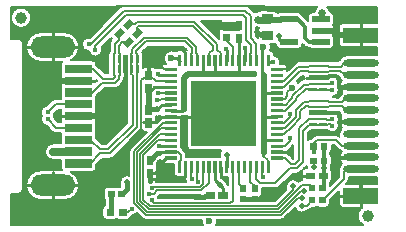
<source format=gtl>
G04 Layer: TopLayer*
G04 EasyEDA Pro v1.8.39, 2022-10-27 11:15:30*
G04 Gerber Generator version 0.3*
G04 Scale: 100 percent, Rotated: No, Reflected: No*
G04 Dimensions in millimeters*
G04 Leading zeros omitted, absolute positions, 3 integers and 3 decimals*
%FSLAX33Y33*%
%MOMM*%
%ADD999C,0.2032*%
%ADD10C,0.254*%
%ADD11O,3.79984X1.80086*%
%ADD12C,1.00076*%
%ADD13O,2.999999X0.599999*%
%ADD14C,0.450002*%
%ADD15C,0.599999*%
%ADD16C,0.650001*%
%ADD17C,0.499999*%
%ADD18C,0.2076*%
%ADD19C,0.2032*%
%ADD20C,0.299999*%
%ADD21C,0.399999*%
%ADD22C,0.349999*%
%ADD23C,0.127*%
%ADD24C,0.2*%
%ADD25C,0.25*%
%ADD26C,0.600001*%
%ADD27C,0.1524*%
%ADD28C,0.700001*%
G75*


G04 Copper Start*
G36*
G01X358Y358D02*
G01X358Y3042D01*
G01X1000D01*
G03X1358Y3400I0J358D01*
G01Y15800D01*
G03X1000Y16158I-358J0D01*
G01X358D01*
G01Y18842D01*
G01X2286D01*
G01X9665D01*
G03X9636Y18816I297J-351D01*
G01X7061Y16241D01*
G03X6934Y16255I-127J-569D01*
G03X6351Y15672I0J-583D01*
G03X6934Y15089I583J0D01*
G01X6949D01*
G03X7518Y14631I569J126D01*
G03X8102Y15215I0J583D01*
G03X8058Y15435I-583J0D01*
G01X8851Y16228D01*
G01X8951Y16129D01*
G01X8844Y16022D01*
G03X8710Y15697I325J-325D01*
G01Y15122D01*
G03X8608Y14834I358J-288D01*
G01Y14439D01*
G01Y13564D01*
G03X8610Y13525I460J0D01*
G01Y13450D01*
G03X8608Y13411I458J-38D01*
G01Y13211D01*
G01X8318D01*
G01X7605Y13924D01*
G01Y13951D01*
G03X7247Y14309I-358J0D01*
G01X5428D01*
G03X6154Y15450I-532J1140D01*
G03X4896Y16708I-1259J0D01*
G01X2897D01*
G03X1638Y15450I0J-1259D01*
G03X2897Y14191I1259J0D01*
G01X4680D01*
G03X4587Y13951I266J-240D01*
G01Y13250D01*
G03X4620Y13100I358J0D01*
G03X4587Y12950I325J-150D01*
G01Y12249D01*
G03X4620Y12099I358J0D01*
G03X4587Y11950I325J-150D01*
G01Y11248D01*
G03X4620Y11100I358J0D01*
G03X4604Y11061I326J-149D01*
G01X4149D01*
G03X3824Y10926I0J-460D01*
G01X3408Y10510D01*
G03X2897Y9931I71J-579D01*
G03X2983Y9627I583J0D01*
G03X2897Y9322I497J-305D01*
G03X3408Y8743I583J0D01*
G01X3866Y8286D01*
G03X4191Y8151I325J325D01*
G01X4601D01*
G03X4620Y8100I345J98D01*
G03X4587Y7952I326J-149D01*
G01Y7308D01*
G01X3959D01*
G03X3458Y7101I0J-708D01*
G01X3436Y7079D01*
G03X3229Y6579I501J-501D01*
G03X3937Y5870I708J0D01*
G03X4111Y5892I0J708D01*
G01X4587D01*
G01Y5249D01*
G03X4680Y5009I358J0D01*
G01X2897D01*
G03X1638Y3750I0J-1259D01*
G03X2897Y2492I1259J0D01*
G01X4896D01*
G03X6154Y3750I0J1259D01*
G03X5428Y4891I-1259J0D01*
G01X7247D01*
G03X7605Y5249I0J358D01*
G01Y5481D01*
G01X8115Y5992D01*
G01X8738D01*
G03X9063Y6127I0J460D01*
G01X11323Y8387D01*
G03X11407Y8502I-325J325D01*
G03X11744Y8266I337J122D01*
G01X11846D01*
G01X10522Y6942D01*
G03X10399Y6644I298J-298D01*
G01Y4557D01*
G03X10185Y4596I-213J-569D01*
G03X9577Y3988I0J-608D01*
G03X9627Y3746I608J0D01*
G01Y3685D01*
G01X9568Y3625D01*
G01X9446D01*
G03X9296Y3592I0J-358D01*
G03X9146Y3625I-150J-325D01*
G01X8581D01*
G03X8223Y3267I0J-358D01*
G01Y2727D01*
G03X8305Y2498I358J0D01*
G01Y2039D01*
G03X8106Y1718I159J-321D01*
G01Y1177D01*
G03X8465Y819I358J0D01*
G01X9102D01*
G03X9322Y894I0J358D01*
G03X9542Y819I220J283D01*
G01X10179D01*
G03X10529Y1103I0J358D01*
G03X10585Y1150I-242J345D01*
G01X10605Y1170D01*
G03X11053Y1396I-13J583D01*
G01X11502Y946D01*
G03X11800Y823I298J298D01*
G01X16522D01*
G03X16512Y711I649J-112D01*
G03X16615Y358I658J0D01*
G01X358D01*
G37*
%LPC*%
G36*
G01X1219Y17074D02*
G03X2078Y17932I0J859D01*
G03X1219Y18791I-859J0D01*
G03X361Y17932I0J-859D01*
G03X1219Y17074I859J0D01*
G37*
%LPD*%
G36*
G01X4620Y9100D02*
G03X4608Y9070I325J-150D01*
G01X4381D01*
G01X4059Y9393D01*
G03X3977Y9627I-579J-71D01*
G03X4059Y9860I-497J305D01*
G01X4340Y10141D01*
G01X4604D01*
G03X4620Y10100I341J109D01*
G03X4587Y9951I325J-150D01*
G01Y9249D01*
G03X4620Y9100I358J0D01*
G37*
G36*
G01X10208Y9039D02*
G01X8410Y7242D01*
G01X8090D01*
G01X7605Y7727D01*
G01Y7952D01*
G03X7572Y8100I-358J0D01*
G03X7605Y8249I-326J149D01*
G01Y8950D01*
G03X7572Y9100I-358J0D01*
G03X7605Y9249I-325J150D01*
G01Y9951D01*
G03X7572Y10100I-358J0D01*
G03X7605Y10250I-325J150D01*
G01Y10951D01*
G03X7572Y11100I-358J0D01*
G03X7605Y11248I-326J149D01*
G01Y11273D01*
G01X8293Y11961D01*
G01X9154D01*
G03X9479Y12096I0J460D01*
G01X9799Y12416D01*
G03X9934Y12741I-325J325D01*
G01Y12820D01*
G03X9966Y12868I-366J278D01*
G01X10208D01*
G01Y9039D01*
G37*
G36*
G01X7630Y12598D02*
G01X7605Y12573D01*
G01Y12624D01*
G01X7630Y12598D01*
G37*
G36*
G01X13031Y13689D02*
G01X13031Y13656D01*
G03X12776Y13715I-255J-524D01*
G03X12546Y13668I0J-583D01*
G03X12284Y13781I-262J-244D01*
G01X11744D01*
G03X11528Y13708I0J-358D01*
G01Y14439D01*
G01Y14866D01*
G03X11502Y15017I-460J0D01*
G01X11951Y15466D01*
G01X14948D01*
G01X15251Y15163D01*
G01X15005D01*
G03X14890Y15144I0J-358D01*
G03X14775Y15163I-115J-339D01*
G01X14505D01*
G03X14270Y15075I0J-358D01*
G03X13945Y15162I-326J-572D01*
G03X13286Y14503I0J-658D01*
G03X13470Y14048I658J0D01*
G01X13390D01*
G03X13031Y13689I0J-358D01*
G37*
G36*
G01X15114Y4293D02*
G03X15196Y3994I583J0D01*
G01X12653D01*
G03X12587Y4045I-385J-438D01*
G03X12769Y4357I-175J312D01*
G01Y5147D01*
G03X12736Y5297I-358J0D01*
G03X12769Y5447I-325J150D01*
G01Y5681D01*
G01X12963Y5875D01*
G03X13033Y5889I-85J577D01*
G03X13390Y5561I357J30D01*
G01X14146D01*
G01Y4804D01*
G03X14505Y4446I358J0D01*
G01X14775D01*
G03X14890Y4465I0J358D01*
G03X15005Y4446I115J339D01*
G01X15135D01*
G03X15114Y4293I563J-154D01*
G37*
G36*
G01X12642Y9062D02*
G01X12642Y9414D01*
G03X12609Y9564I-358J0D01*
G01X12617Y9581D01*
G03X12762Y9564I146J590D01*
G03X13031Y9626I0J608D01*
G01Y9426D01*
G03X12933Y9353I200J-371D01*
G01X12642Y9062D01*
G37*
G36*
G01X12629Y12538D02*
G03X12636Y12566I-345J96D01*
G03X12776Y12549I140J566D01*
G03X12937Y12571I0J583D01*
G01X13031D01*
G01Y12538D01*
G01X12629D01*
G37*
G36*
G01X16482Y2897D02*
G01X16482Y2682D01*
G01X12818D01*
G03X12792Y2746I-550J-193D01*
G01X12795Y2750D01*
G01X12942Y2897D01*
G01X16482D01*
G37*
G36*
G01X12917Y7033D02*
G03X12885Y7035I-40J-582D01*
G01X12983Y7133D01*
G01X13031D01*
G01Y7038D01*
G01X12981D01*
G03X12917Y7033I0J-483D01*
G37*
G36*
G01X15390Y6144D02*
G03X15275Y6163I-115J-339D01*
G01X15190D01*
G01Y6350D01*
G03X15056Y6674I-458J0D01*
G01X14853Y6877D01*
G03X14748Y6956I-324J-324D01*
G01Y7189D01*
G03X14729Y7304I-358J0D01*
G03X14748Y7419I-339J115D01*
G01Y7689D01*
G03X14729Y7804I-358J0D01*
G03X14748Y7919I-339J115D01*
G01Y8189D01*
G03X14729Y8304I-358J0D01*
G03X14748Y8419I-339J115D01*
G01Y8689D01*
G03X14729Y8804I-358J0D01*
G03X14748Y8919I-339J115D01*
G01Y9189D01*
G03X14729Y9304I-358J0D01*
G03X14748Y9419I-339J115D01*
G01Y9571D01*
G01X14830D01*
G03X14934Y9583I0J483D01*
G03X15011Y9578I78J654D01*
G03X15281Y9636I0J658D01*
G01Y7054D01*
G03X15640Y6696I358J0D01*
G01X18144D01*
G03X18035Y6350I500J-346D01*
G03X18065Y6163I608J0D01*
G01X18005D01*
G03X17890Y6144I0J-358D01*
G03X17775Y6163I-115J-339D01*
G01X17505D01*
G03X17390Y6144I0J-358D01*
G03X17275Y6163I-115J-339D01*
G01X17005D01*
G03X16890Y6144I0J-358D01*
G03X16775Y6163I-115J-339D01*
G01X16505D01*
G03X16390Y6144I0J-358D01*
G03X16275Y6163I-115J-339D01*
G01X16005D01*
G03X15890Y6144I0J-358D01*
G03X15775Y6163I-115J-339D01*
G01X15505D01*
G03X15390Y6144I0J-358D01*
G37*
G36*
G01X17990Y16147D02*
G01X16457Y17680D01*
G01X18156D01*
G03X17990Y17378I193J-302D01*
G01Y16812D01*
G03X18023Y16662I358J0D01*
G03X17990Y16512I325J-150D01*
G01Y16147D01*
G37*
G36*
G01X17726Y358D02*
G03X17829Y711I-555J353D01*
G03X17819Y823I-658J0D01*
G01X23209D01*
G03X23508Y946I0J422D01*
G01X24413Y1852D01*
G03X24994Y1424I581J180D01*
G03X25433Y1612I0J608D01*
G03X25697Y1734I-34J420D01*
G01X25824Y1861D01*
G01X26139D01*
G03X26289Y1894I0J358D01*
G03X26439Y1861I150J325D01*
G01X27005D01*
G03X27363Y2219I0J358D01*
G01Y2484D01*
G01X28118Y3239D01*
G01Y2199D01*
G03X28476Y1841I358J0D01*
G01X30056D01*
G03X29698Y1143I500J-698D01*
G03X30208Y358I859J0D01*
G01X17726D01*
G37*
G36*
G01X18718Y4446D02*
G01X18718Y3751D01*
G03X18689Y3800I-430J-220D01*
G03X18165Y4337I-605J-66D01*
G01X18123Y4379D01*
G01Y4446D01*
G01X18275D01*
G03X18390Y4465I0J358D01*
G03X18505Y4446I115J339D01*
G01X18718D01*
G37*
G36*
G01X25515Y17657D02*
G01X25010Y18162D01*
G03X24673Y18398I-337J-122D01*
G01X23923D01*
G01X23226D01*
G01X23173D01*
G03X23088Y18388I0J-358D01*
G01X22851D01*
G03X22523Y18603I-328J-143D01*
G01X21623D01*
G03X21337Y18461I0J-358D01*
G03X21285Y18463I-52J-681D01*
G03X20954Y18378I0J-683D01*
G01X20518Y18814D01*
G03X20488Y18842I-324J-324D01*
G01X26288D01*
G03X26043Y18398I433J-528D01*
G01X25873D01*
G03X25515Y18040I0J-358D01*
G01Y17657D01*
G37*
G36*
G01X21264Y16205D02*
G01X21106Y16363D01*
G01Y17121D01*
G03X21285Y17097I179J659D01*
G03X21374Y17103I0J683D01*
G03X21264Y16845I249J-258D01*
G01Y16205D01*
G37*
G36*
G01X21634Y2428D02*
G01X21634Y2873D01*
G03X21601Y3023I-358J0D01*
G03X21634Y3173I-325J150D01*
G01Y3479D01*
G01X22758D01*
G03X23082Y3613I0J458D01*
G01X24204Y4735D01*
G01X24550D01*
G03X24875Y4870I0J460D01*
G01X25039Y5034D01*
G03X24965Y4817I285J-217D01*
G01Y4277D01*
G03X24986Y4155I358J0D01*
G01X24980D01*
G03X24713Y4060I0J-422D01*
G03X24257Y4266I-456J-402D01*
G03X23649Y3658I0J-608D01*
G03X23701Y3410I608J0D01*
G01X22719Y2428D01*
G01X21634D01*
G37*
G36*
G01X23748Y13458D02*
G01X23748Y13689D01*
G03X23390Y14048I-358J0D01*
G01X23150D01*
G03X23164Y14173I-569J126D01*
G03X22633Y14754I-583J0D01*
G01Y14804D01*
G03X22311Y15161I-358J0D01*
G03X22375Y15443I-594J283D01*
G03X22328Y15687I-658J0D01*
G01X22523D01*
G03X22715Y15743I0J358D01*
G01X22815Y15643D01*
G01Y15640D01*
G03X23173Y15282I358J0D01*
G01X24673D01*
G03X25031Y15640I0J358D01*
G01Y15718D01*
G01X25236Y15513D01*
G03X25613Y15357I377J377D01*
G01X25654D01*
G03X25873Y15282I219J283D01*
G01X27373D01*
G03X27731Y15640I0J358D01*
G01Y16140D01*
G03X27652Y16365I-358J0D01*
G03X27731Y16590I-279J225D01*
G01Y17090D01*
G03X27652Y17315I-358J0D01*
G03X27731Y17540I-279J225D01*
G01Y18040D01*
G03X27399Y18397I-358J0D01*
G03X27154Y18842I-678J-84D01*
G01X31342D01*
G01Y17458D01*
G01X28463D01*
G03X28105Y17100I0J-358D01*
G01Y15800D01*
G03X28463Y15442I358J0D01*
G01X31342D01*
G01Y14743D01*
G03X31200Y14758I-142J-643D01*
G01X28800D01*
G03X28183Y14330I0J-658D01*
G01X28080Y14227D01*
G01X27431D01*
G03X27178Y14303I-253J-384D01*
G01X26783D01*
G01X25908D01*
G01X25603D01*
G03X25564Y14301I0J-460D01*
G03X25364Y14236I6J-358D01*
G01X25350Y14227D01*
G01X24707D01*
G03X24382Y14092I0J-460D01*
G01X23748Y13458D01*
G37*
G36*
G01X24280Y6042D02*
G01X24239Y6002D01*
G01X23963Y6278D01*
G03X23935Y6304I-325J-325D01*
G01X23861Y6378D01*
G03X23748Y6461I-324J-324D01*
G01Y6635D01*
G03X23888Y6730I-183J420D01*
G01X24280Y7122D01*
G01Y6042D01*
G37*
G36*
G01X24694Y12426D02*
G03X24586Y12533I-514J-412D01*
G01X25029Y12977D01*
G01X25212D01*
G01Y12728D01*
G01X25187D01*
G03X24862Y12593I0J-460D01*
G01X24694Y12426D01*
G37*
G36*
G01X25323Y5175D02*
G03X25107Y5102I0J-358D01*
G01X25395Y5390D01*
G01X25401Y5396D01*
G01X25406Y5385D01*
G03X25401Y5309I603J-76D01*
G03X25416Y5175I608J0D01*
G01X25323D01*
G37*
G36*
G01X25726Y7664D02*
G03X25530Y7605I0J-358D01*
G01Y8192D01*
G01X25759Y8421D01*
G01X25902D01*
G01X26777D01*
G01X27106D01*
G03X27559Y8205I453J368D01*
G03X28142Y8788I0J583D01*
G03X28064Y9081I-583J0D01*
G03X28142Y9373I-505J292D01*
G03X27559Y9956I-583J0D01*
G03X27473Y9949I0J-583D01*
G01Y9980D01*
G01X28153D01*
G03X28372Y9600I647J120D01*
G03X28142Y9100I428J-500D01*
G03X28372Y8600I658J0D01*
G03X28142Y8100I428J-500D01*
G03X28183Y7872I658J0D01*
G03X27889Y7991I-293J-303D01*
G01X26264D01*
G03X25965Y7867I0J-422D01*
G01X25762Y7664D01*
G01X25726D01*
G37*
G36*
G01X28128Y4442D02*
G01X27363Y3677D01*
G01Y3801D01*
G03X27342Y3920I-358J0D01*
G01Y3946D01*
G03X27562Y4277I-138J330D01*
G01Y4817D01*
G03X27469Y5058I-358J0D01*
G03X27481Y5182I-595J124D01*
G03X27457Y5351I-608J0D01*
G03X27515Y5547I-300J195D01*
G01Y6087D01*
G03X27382Y6365I-358J0D01*
G01Y6487D01*
G03X27515Y6766I-225J278D01*
G01Y7148D01*
G01X27715D01*
G01X28060Y6802D01*
G03X28290Y6684I298J298D01*
G03X28372Y6600I510J416D01*
G03X28142Y6100I428J-500D01*
G03X28372Y5600I658J0D01*
G03X28142Y5100I428J-500D01*
G03X28146Y5025I658J0D01*
G03X28128Y4902I403J-123D01*
G01Y4442D01*
G37*
G36*
G01X28372Y11600D02*
G03X28155Y11229I428J-500D01*
G01X27601D01*
G03X28142Y11811I-42J582D01*
G03X28048Y12129I-583J0D01*
G03X28142Y12446I-489J318D01*
G03X27800Y12977I-583J0D01*
G01X28054D01*
G01X28199Y12833D01*
G03X28372Y12600I601J267D01*
G03X28142Y12100I428J-500D01*
G03X28372Y11600I658J0D01*
G37*
G36*
G01X31342Y4457D02*
G01X31342Y3857D01*
G01X28736D01*
G01X28848Y3969D01*
G03X28971Y4267I-298J298D01*
G01Y4442D01*
G01X31200D01*
G03X31342Y4457I0J658D01*
G37*
G54D999*
G01X358Y358D02*
G01X358Y3042D01*
G01X1000D01*
G03X1358Y3400I0J358D01*
G01Y15800D01*
G03X1000Y16158I-358J0D01*
G01X358D01*
G01Y18842D01*
G01X2286D01*
G01X9665D01*
G03X9636Y18816I297J-351D01*
G01X7061Y16241D01*
G03X6934Y16255I-127J-569D01*
G03X6351Y15672I0J-583D01*
G03X6934Y15089I583J0D01*
G01X6949D01*
G03X7518Y14631I569J126D01*
G03X8102Y15215I0J583D01*
G03X8058Y15435I-583J0D01*
G01X8851Y16228D01*
G01X8951Y16129D01*
G01X8844Y16022D01*
G03X8710Y15697I325J-325D01*
G01Y15122D01*
G03X8608Y14834I358J-288D01*
G01Y14439D01*
G01Y13564D01*
G03X8610Y13525I460J0D01*
G01Y13450D01*
G03X8608Y13411I458J-38D01*
G01Y13211D01*
G01X8318D01*
G01X7605Y13924D01*
G01Y13951D01*
G03X7247Y14309I-358J0D01*
G01X5428D01*
G03X6154Y15450I-532J1140D01*
G03X4896Y16708I-1259J0D01*
G01X2897D01*
G03X1638Y15450I0J-1259D01*
G03X2897Y14191I1259J0D01*
G01X4680D01*
G03X4587Y13951I266J-240D01*
G01Y13250D01*
G03X4620Y13100I358J0D01*
G03X4587Y12950I325J-150D01*
G01Y12249D01*
G03X4620Y12099I358J0D01*
G03X4587Y11950I325J-150D01*
G01Y11248D01*
G03X4620Y11100I358J0D01*
G03X4604Y11061I326J-149D01*
G01X4149D01*
G03X3824Y10926I0J-460D01*
G01X3408Y10510D01*
G03X2897Y9931I71J-579D01*
G03X2983Y9627I583J0D01*
G03X2897Y9322I497J-305D01*
G03X3408Y8743I583J0D01*
G01X3866Y8286D01*
G03X4191Y8151I325J325D01*
G01X4601D01*
G03X4620Y8100I345J98D01*
G03X4587Y7952I326J-149D01*
G01Y7308D01*
G01X3959D01*
G03X3458Y7101I0J-708D01*
G01X3436Y7079D01*
G03X3229Y6579I501J-501D01*
G03X3937Y5870I708J0D01*
G03X4111Y5892I0J708D01*
G01X4587D01*
G01Y5249D01*
G03X4680Y5009I358J0D01*
G01X2897D01*
G03X1638Y3750I0J-1259D01*
G03X2897Y2492I1259J0D01*
G01X4896D01*
G03X6154Y3750I0J1259D01*
G03X5428Y4891I-1259J0D01*
G01X7247D01*
G03X7605Y5249I0J358D01*
G01Y5481D01*
G01X8115Y5992D01*
G01X8738D01*
G03X9063Y6127I0J460D01*
G01X11323Y8387D01*
G03X11407Y8502I-325J325D01*
G03X11744Y8266I337J122D01*
G01X11846D01*
G01X10522Y6942D01*
G03X10399Y6644I298J-298D01*
G01Y4557D01*
G03X10185Y4596I-213J-569D01*
G03X9577Y3988I0J-608D01*
G03X9627Y3746I608J0D01*
G01Y3685D01*
G01X9568Y3625D01*
G01X9446D01*
G03X9296Y3592I0J-358D01*
G03X9146Y3625I-150J-325D01*
G01X8581D01*
G03X8223Y3267I0J-358D01*
G01Y2727D01*
G03X8305Y2498I358J0D01*
G01Y2039D01*
G03X8106Y1718I159J-321D01*
G01Y1177D01*
G03X8465Y819I358J0D01*
G01X9102D01*
G03X9322Y894I0J358D01*
G03X9542Y819I220J283D01*
G01X10179D01*
G03X10529Y1103I0J358D01*
G03X10585Y1150I-242J345D01*
G01X10605Y1170D01*
G03X11053Y1396I-13J583D01*
G01X11502Y946D01*
G03X11800Y823I298J298D01*
G01X16522D01*
G03X16512Y711I649J-112D01*
G03X16615Y358I658J0D01*
G01X358D01*
G01X1219Y17074D02*
G03X2078Y17932I0J859D01*
G03X1219Y18791I-859J0D01*
G03X361Y17932I0J-859D01*
G03X1219Y17074I859J0D01*
G01X4620Y9100D02*
G03X4608Y9070I325J-150D01*
G01X4381D01*
G01X4059Y9393D01*
G03X3977Y9627I-579J-71D01*
G03X4059Y9860I-497J305D01*
G01X4340Y10141D01*
G01X4604D01*
G03X4620Y10100I341J109D01*
G03X4587Y9951I325J-150D01*
G01Y9249D01*
G03X4620Y9100I358J0D01*
G01X10208Y9039D02*
G01X8410Y7242D01*
G01X8090D01*
G01X7605Y7727D01*
G01Y7952D01*
G03X7572Y8100I-358J0D01*
G03X7605Y8249I-326J149D01*
G01Y8950D01*
G03X7572Y9100I-358J0D01*
G03X7605Y9249I-325J150D01*
G01Y9951D01*
G03X7572Y10100I-358J0D01*
G03X7605Y10250I-325J150D01*
G01Y10951D01*
G03X7572Y11100I-358J0D01*
G03X7605Y11248I-326J149D01*
G01Y11273D01*
G01X8293Y11961D01*
G01X9154D01*
G03X9479Y12096I0J460D01*
G01X9799Y12416D01*
G03X9934Y12741I-325J325D01*
G01Y12820D01*
G03X9966Y12868I-366J278D01*
G01X10208D01*
G01Y9039D01*
G01X7630Y12598D02*
G01X7605Y12573D01*
G01Y12624D01*
G01X7630Y12598D01*
G01X13031Y13689D02*
G01X13031Y13656D01*
G03X12776Y13715I-255J-524D01*
G03X12546Y13668I0J-583D01*
G03X12284Y13781I-262J-244D01*
G01X11744D01*
G03X11528Y13708I0J-358D01*
G01Y14439D01*
G01Y14866D01*
G03X11502Y15017I-460J0D01*
G01X11951Y15466D01*
G01X14948D01*
G01X15251Y15163D01*
G01X15005D01*
G03X14890Y15144I0J-358D01*
G03X14775Y15163I-115J-339D01*
G01X14505D01*
G03X14270Y15075I0J-358D01*
G03X13945Y15162I-326J-572D01*
G03X13286Y14503I0J-658D01*
G03X13470Y14048I658J0D01*
G01X13390D01*
G03X13031Y13689I0J-358D01*
G01X15114Y4293D02*
G03X15196Y3994I583J0D01*
G01X12653D01*
G03X12587Y4045I-385J-438D01*
G03X12769Y4357I-175J312D01*
G01Y5147D01*
G03X12736Y5297I-358J0D01*
G03X12769Y5447I-325J150D01*
G01Y5681D01*
G01X12963Y5875D01*
G03X13033Y5889I-85J577D01*
G03X13390Y5561I357J30D01*
G01X14146D01*
G01Y4804D01*
G03X14505Y4446I358J0D01*
G01X14775D01*
G03X14890Y4465I0J358D01*
G03X15005Y4446I115J339D01*
G01X15135D01*
G03X15114Y4293I563J-154D01*
G01X12642Y9062D02*
G01X12642Y9414D01*
G03X12609Y9564I-358J0D01*
G01X12617Y9581D01*
G03X12762Y9564I146J590D01*
G03X13031Y9626I0J608D01*
G01Y9426D01*
G03X12933Y9353I200J-371D01*
G01X12642Y9062D01*
G01X12629Y12538D02*
G03X12636Y12566I-345J96D01*
G03X12776Y12549I140J566D01*
G03X12937Y12571I0J583D01*
G01X13031D01*
G01Y12538D01*
G01X12629D01*
G01X16482Y2897D02*
G01X16482Y2682D01*
G01X12818D01*
G03X12792Y2746I-550J-193D01*
G01X12795Y2750D01*
G01X12942Y2897D01*
G01X16482D01*
G01X12917Y7033D02*
G03X12885Y7035I-40J-582D01*
G01X12983Y7133D01*
G01X13031D01*
G01Y7038D01*
G01X12981D01*
G03X12917Y7033I0J-483D01*
G01X15390Y6144D02*
G03X15275Y6163I-115J-339D01*
G01X15190D01*
G01Y6350D01*
G03X15056Y6674I-458J0D01*
G01X14853Y6877D01*
G03X14748Y6956I-324J-324D01*
G01Y7189D01*
G03X14729Y7304I-358J0D01*
G03X14748Y7419I-339J115D01*
G01Y7689D01*
G03X14729Y7804I-358J0D01*
G03X14748Y7919I-339J115D01*
G01Y8189D01*
G03X14729Y8304I-358J0D01*
G03X14748Y8419I-339J115D01*
G01Y8689D01*
G03X14729Y8804I-358J0D01*
G03X14748Y8919I-339J115D01*
G01Y9189D01*
G03X14729Y9304I-358J0D01*
G03X14748Y9419I-339J115D01*
G01Y9571D01*
G01X14830D01*
G03X14934Y9583I0J483D01*
G03X15011Y9578I78J654D01*
G03X15281Y9636I0J658D01*
G01Y7054D01*
G03X15640Y6696I358J0D01*
G01X18144D01*
G03X18035Y6350I500J-346D01*
G03X18065Y6163I608J0D01*
G01X18005D01*
G03X17890Y6144I0J-358D01*
G03X17775Y6163I-115J-339D01*
G01X17505D01*
G03X17390Y6144I0J-358D01*
G03X17275Y6163I-115J-339D01*
G01X17005D01*
G03X16890Y6144I0J-358D01*
G03X16775Y6163I-115J-339D01*
G01X16505D01*
G03X16390Y6144I0J-358D01*
G03X16275Y6163I-115J-339D01*
G01X16005D01*
G03X15890Y6144I0J-358D01*
G03X15775Y6163I-115J-339D01*
G01X15505D01*
G03X15390Y6144I0J-358D01*
G01X17990Y16147D02*
G01X16457Y17680D01*
G01X18156D01*
G03X17990Y17378I193J-302D01*
G01Y16812D01*
G03X18023Y16662I358J0D01*
G03X17990Y16512I325J-150D01*
G01Y16147D01*
G01X17726Y358D02*
G03X17829Y711I-555J353D01*
G03X17819Y823I-658J0D01*
G01X23209D01*
G03X23508Y946I0J422D01*
G01X24413Y1852D01*
G03X24994Y1424I581J180D01*
G03X25433Y1612I0J608D01*
G03X25697Y1734I-34J420D01*
G01X25824Y1861D01*
G01X26139D01*
G03X26289Y1894I0J358D01*
G03X26439Y1861I150J325D01*
G01X27005D01*
G03X27363Y2219I0J358D01*
G01Y2484D01*
G01X28118Y3239D01*
G01Y2199D01*
G03X28476Y1841I358J0D01*
G01X30056D01*
G03X29698Y1143I500J-698D01*
G03X30208Y358I859J0D01*
G01X17726D01*
G01X18718Y4446D02*
G01X18718Y3751D01*
G03X18689Y3800I-430J-220D01*
G03X18165Y4337I-605J-66D01*
G01X18123Y4379D01*
G01Y4446D01*
G01X18275D01*
G03X18390Y4465I0J358D01*
G03X18505Y4446I115J339D01*
G01X18718D01*
G01X25515Y17657D02*
G01X25010Y18162D01*
G03X24673Y18398I-337J-122D01*
G01X23923D01*
G01X23226D01*
G01X23173D01*
G03X23088Y18388I0J-358D01*
G01X22851D01*
G03X22523Y18603I-328J-143D01*
G01X21623D01*
G03X21337Y18461I0J-358D01*
G03X21285Y18463I-52J-681D01*
G03X20954Y18378I0J-683D01*
G01X20518Y18814D01*
G03X20488Y18842I-324J-324D01*
G01X26288D01*
G03X26043Y18398I433J-528D01*
G01X25873D01*
G03X25515Y18040I0J-358D01*
G01Y17657D01*
G01X21264Y16205D02*
G01X21106Y16363D01*
G01Y17121D01*
G03X21285Y17097I179J659D01*
G03X21374Y17103I0J683D01*
G03X21264Y16845I249J-258D01*
G01Y16205D01*
G01X21634Y2428D02*
G01X21634Y2873D01*
G03X21601Y3023I-358J0D01*
G03X21634Y3173I-325J150D01*
G01Y3479D01*
G01X22758D01*
G03X23082Y3613I0J458D01*
G01X24204Y4735D01*
G01X24550D01*
G03X24875Y4870I0J460D01*
G01X25039Y5034D01*
G03X24965Y4817I285J-217D01*
G01Y4277D01*
G03X24986Y4155I358J0D01*
G01X24980D01*
G03X24713Y4060I0J-422D01*
G03X24257Y4266I-456J-402D01*
G03X23649Y3658I0J-608D01*
G03X23701Y3410I608J0D01*
G01X22719Y2428D01*
G01X21634D01*
G01X23748Y13458D02*
G01X23748Y13689D01*
G03X23390Y14048I-358J0D01*
G01X23150D01*
G03X23164Y14173I-569J126D01*
G03X22633Y14754I-583J0D01*
G01Y14804D01*
G03X22311Y15161I-358J0D01*
G03X22375Y15443I-594J283D01*
G03X22328Y15687I-658J0D01*
G01X22523D01*
G03X22715Y15743I0J358D01*
G01X22815Y15643D01*
G01Y15640D01*
G03X23173Y15282I358J0D01*
G01X24673D01*
G03X25031Y15640I0J358D01*
G01Y15718D01*
G01X25236Y15513D01*
G03X25613Y15357I377J377D01*
G01X25654D01*
G03X25873Y15282I219J283D01*
G01X27373D01*
G03X27731Y15640I0J358D01*
G01Y16140D01*
G03X27652Y16365I-358J0D01*
G03X27731Y16590I-279J225D01*
G01Y17090D01*
G03X27652Y17315I-358J0D01*
G03X27731Y17540I-279J225D01*
G01Y18040D01*
G03X27399Y18397I-358J0D01*
G03X27154Y18842I-678J-84D01*
G01X31342D01*
G01Y17458D01*
G01X28463D01*
G03X28105Y17100I0J-358D01*
G01Y15800D01*
G03X28463Y15442I358J0D01*
G01X31342D01*
G01Y14743D01*
G03X31200Y14758I-142J-643D01*
G01X28800D01*
G03X28183Y14330I0J-658D01*
G01X28080Y14227D01*
G01X27431D01*
G03X27178Y14303I-253J-384D01*
G01X26783D01*
G01X25908D01*
G01X25603D01*
G03X25564Y14301I0J-460D01*
G03X25364Y14236I6J-358D01*
G01X25350Y14227D01*
G01X24707D01*
G03X24382Y14092I0J-460D01*
G01X23748Y13458D01*
G01X24280Y6042D02*
G01X24239Y6002D01*
G01X23963Y6278D01*
G03X23935Y6304I-325J-325D01*
G01X23861Y6378D01*
G03X23748Y6461I-324J-324D01*
G01Y6635D01*
G03X23888Y6730I-183J420D01*
G01X24280Y7122D01*
G01Y6042D01*
G01X24694Y12426D02*
G03X24586Y12533I-514J-412D01*
G01X25029Y12977D01*
G01X25212D01*
G01Y12728D01*
G01X25187D01*
G03X24862Y12593I0J-460D01*
G01X24694Y12426D01*
G01X25323Y5175D02*
G03X25107Y5102I0J-358D01*
G01X25395Y5390D01*
G01X25401Y5396D01*
G01X25406Y5385D01*
G03X25401Y5309I603J-76D01*
G03X25416Y5175I608J0D01*
G01X25323D01*
G01X25726Y7664D02*
G03X25530Y7605I0J-358D01*
G01Y8192D01*
G01X25759Y8421D01*
G01X25902D01*
G01X26777D01*
G01X27106D01*
G03X27559Y8205I453J368D01*
G03X28142Y8788I0J583D01*
G03X28064Y9081I-583J0D01*
G03X28142Y9373I-505J292D01*
G03X27559Y9956I-583J0D01*
G03X27473Y9949I0J-583D01*
G01Y9980D01*
G01X28153D01*
G03X28372Y9600I647J120D01*
G03X28142Y9100I428J-500D01*
G03X28372Y8600I658J0D01*
G03X28142Y8100I428J-500D01*
G03X28183Y7872I658J0D01*
G03X27889Y7991I-293J-303D01*
G01X26264D01*
G03X25965Y7867I0J-422D01*
G01X25762Y7664D01*
G01X25726D01*
G01X28128Y4442D02*
G01X27363Y3677D01*
G01Y3801D01*
G03X27342Y3920I-358J0D01*
G01Y3946D01*
G03X27562Y4277I-138J330D01*
G01Y4817D01*
G03X27469Y5058I-358J0D01*
G03X27481Y5182I-595J124D01*
G03X27457Y5351I-608J0D01*
G03X27515Y5547I-300J195D01*
G01Y6087D01*
G03X27382Y6365I-358J0D01*
G01Y6487D01*
G03X27515Y6766I-225J278D01*
G01Y7148D01*
G01X27715D01*
G01X28060Y6802D01*
G03X28290Y6684I298J298D01*
G03X28372Y6600I510J416D01*
G03X28142Y6100I428J-500D01*
G03X28372Y5600I658J0D01*
G03X28142Y5100I428J-500D01*
G03X28146Y5025I658J0D01*
G03X28128Y4902I403J-123D01*
G01Y4442D01*
G01X28372Y11600D02*
G03X28155Y11229I428J-500D01*
G01X27601D01*
G03X28142Y11811I-42J582D01*
G03X28048Y12129I-583J0D01*
G03X28142Y12446I-489J318D01*
G03X27800Y12977I-583J0D01*
G01X28054D01*
G01X28199Y12833D01*
G03X28372Y12600I601J267D01*
G03X28142Y12100I428J-500D01*
G03X28372Y11600I658J0D01*
G01X31342Y4457D02*
G01X31342Y3857D01*
G01X28736D01*
G01X28848Y3969D01*
G03X28971Y4267I-298J298D01*
G01Y4442D01*
G01X31200D01*
G03X31342Y4457I0J658D01*
G54D10*
G01X12014Y13028D02*
G01X12014Y13682D01*
G01X30000Y9100D02*
G01X28241Y9100D01*
G01X30000Y12100D02*
G01X28241Y12100D01*
G01X3896Y3750D02*
G01X3896Y4910D01*
G01X3896Y3750D02*
G01X3896Y2591D01*
G01X3896Y3750D02*
G01X6055Y3750D01*
G01X3896Y3750D02*
G01X1737Y3750D01*
G01X29963Y16450D02*
G01X29963Y15541D01*
G01X29963Y16450D02*
G01X29963Y17359D01*
G01X29963Y16450D02*
G01X28204Y16450D01*
G01X30000Y6100D02*
G01X28241Y6100D01*
G01X29976Y2849D02*
G01X29976Y1940D01*
G01X29976Y2849D02*
G01X29976Y3758D01*
G01X29976Y2849D02*
G01X28217Y2849D01*
G01X3896Y15450D02*
G01X3896Y16609D01*
G01X3896Y15450D02*
G01X3896Y14290D01*
G01X3896Y15450D02*
G01X6055Y15450D01*
G01X3896Y15450D02*
G01X1737Y15450D01*
G01X6096Y12600D02*
G01X7506Y12600D01*
G01X6096Y12600D02*
G01X4686Y12600D01*
G01X17235Y2870D02*
G01X16581Y2870D01*
G01X26345Y12843D02*
G01X25311Y12843D01*
G01X10068Y14001D02*
G01X10068Y12967D01*
G01X6096Y9600D02*
G01X7506Y9600D01*
G01X6096Y9600D02*
G01X4686Y9600D01*
G01X21006Y2590D02*
G01X21535Y2590D01*
G01X12141Y4752D02*
G01X12670Y4752D01*
G01X22073Y16445D02*
G01X21364Y16445D01*
G01X26623Y16840D02*
G01X27632Y16840D01*
G01X18618Y17095D02*
G01X18089Y17095D01*
G01X25719Y4547D02*
G01X25064Y4547D01*
G04 Copper End*

G04 Pad Start*
G36*
G01X18888Y16512D02*
G01X18348Y16512D01*
G01Y15947D01*
G01X18888D01*
G01Y16512D01*
G37*
G36*
G01X18888Y17378D02*
G01X18348Y17378D01*
G01Y16812D01*
G01X18888D01*
G01Y17378D01*
G37*
G36*
G01X22005Y14804D02*
G01X22005Y13804D01*
G01X22275D01*
G01Y14804D01*
G01X22005D01*
G37*
G36*
G01X21505Y14804D02*
G01X21505Y13804D01*
G01X21775D01*
G01Y14804D01*
G01X21505D01*
G37*
G36*
G01X21005Y14804D02*
G01X21005Y13804D01*
G01X21275D01*
G01Y14804D01*
G01X21005D01*
G37*
G36*
G01X20505Y14804D02*
G01X20505Y13804D01*
G01X20775D01*
G01Y14804D01*
G01X20505D01*
G37*
G36*
G01X20005Y14804D02*
G01X20005Y13804D01*
G01X20275D01*
G01Y14804D01*
G01X20005D01*
G37*
G36*
G01X19505Y14804D02*
G01X19505Y13804D01*
G01X19775D01*
G01Y14804D01*
G01X19505D01*
G37*
G36*
G01X19005Y14804D02*
G01X19005Y13804D01*
G01X19275D01*
G01Y14804D01*
G01X19005D01*
G37*
G36*
G01X18505Y14804D02*
G01X18505Y13804D01*
G01X18775D01*
G01Y14804D01*
G01X18505D01*
G37*
G36*
G01X18005Y14804D02*
G01X18005Y13804D01*
G01X18275D01*
G01Y14804D01*
G01X18005D01*
G37*
G36*
G01X17505Y14804D02*
G01X17505Y13804D01*
G01X17775D01*
G01Y14804D01*
G01X17505D01*
G37*
G36*
G01X17005Y14804D02*
G01X17005Y13804D01*
G01X17275D01*
G01Y14804D01*
G01X17005D01*
G37*
G36*
G01X16505Y14804D02*
G01X16505Y13804D01*
G01X16775D01*
G01Y14804D01*
G01X16505D01*
G37*
G36*
G01X16005Y14804D02*
G01X16005Y13804D01*
G01X16275D01*
G01Y14804D01*
G01X16005D01*
G37*
G36*
G01X15505Y14804D02*
G01X15505Y13804D01*
G01X15775D01*
G01Y14804D01*
G01X15505D01*
G37*
G36*
G01X15005Y14804D02*
G01X15005Y13804D01*
G01X15275D01*
G01Y14804D01*
G01X15005D01*
G37*
G36*
G01X14505Y14804D02*
G01X14505Y13804D01*
G01X14775D01*
G01Y14804D01*
G01X14505D01*
G37*
G36*
G01X22390Y13419D02*
G01X23390Y13419D01*
G01Y13689D01*
G01X22390D01*
G01Y13419D01*
G37*
G36*
G01X22390Y12919D02*
G01X23390Y12919D01*
G01Y13189D01*
G01X22390D01*
G01Y12919D01*
G37*
G36*
G01X22390Y12419D02*
G01X23390Y12419D01*
G01Y12689D01*
G01X22390D01*
G01Y12419D01*
G37*
G36*
G01X22390Y11919D02*
G01X23390Y11919D01*
G01Y12189D01*
G01X22390D01*
G01Y11919D01*
G37*
G36*
G01X22390Y11419D02*
G01X23390Y11419D01*
G01Y11689D01*
G01X22390D01*
G01Y11419D01*
G37*
G36*
G01X22390Y10919D02*
G01X23390Y10919D01*
G01Y11189D01*
G01X22390D01*
G01Y10919D01*
G37*
G36*
G01X22390Y10419D02*
G01X23390Y10419D01*
G01Y10689D01*
G01X22390D01*
G01Y10419D01*
G37*
G36*
G01X22390Y9919D02*
G01X23390Y9919D01*
G01Y10189D01*
G01X22390D01*
G01Y9919D01*
G37*
G36*
G01X22390Y9419D02*
G01X23390Y9419D01*
G01Y9689D01*
G01X22390D01*
G01Y9419D01*
G37*
G36*
G01X22390Y8919D02*
G01X23390Y8919D01*
G01Y9189D01*
G01X22390D01*
G01Y8919D01*
G37*
G36*
G01X22390Y8419D02*
G01X23390Y8419D01*
G01Y8689D01*
G01X22390D01*
G01Y8419D01*
G37*
G36*
G01X22390Y7919D02*
G01X23390Y7919D01*
G01Y8189D01*
G01X22390D01*
G01Y7919D01*
G37*
G36*
G01X22390Y7419D02*
G01X23390Y7419D01*
G01Y7689D01*
G01X22390D01*
G01Y7419D01*
G37*
G36*
G01X22390Y6919D02*
G01X23390Y6919D01*
G01Y7189D01*
G01X22390D01*
G01Y6919D01*
G37*
G36*
G01X22390Y6419D02*
G01X23390Y6419D01*
G01Y6689D01*
G01X22390D01*
G01Y6419D01*
G37*
G36*
G01X22390Y5919D02*
G01X23390Y5919D01*
G01Y6189D01*
G01X22390D01*
G01Y5919D01*
G37*
G36*
G01X13390Y13419D02*
G01X14390Y13419D01*
G01Y13689D01*
G01X13390D01*
G01Y13419D01*
G37*
G36*
G01X13390Y12919D02*
G01X14390Y12919D01*
G01Y13189D01*
G01X13390D01*
G01Y12919D01*
G37*
G36*
G01X13390Y12419D02*
G01X14390Y12419D01*
G01Y12689D01*
G01X13390D01*
G01Y12419D01*
G37*
G36*
G01X13390Y11919D02*
G01X14390Y11919D01*
G01Y12189D01*
G01X13390D01*
G01Y11919D01*
G37*
G36*
G01X13390Y11419D02*
G01X14390Y11419D01*
G01Y11689D01*
G01X13390D01*
G01Y11419D01*
G37*
G36*
G01X13390Y10919D02*
G01X14390Y10919D01*
G01Y11189D01*
G01X13390D01*
G01Y10919D01*
G37*
G36*
G01X13390Y10419D02*
G01X14390Y10419D01*
G01Y10689D01*
G01X13390D01*
G01Y10419D01*
G37*
G36*
G01X13390Y9919D02*
G01X14390Y9919D01*
G01Y10189D01*
G01X13390D01*
G01Y9919D01*
G37*
G36*
G01X13390Y5919D02*
G01X14390Y5919D01*
G01Y6189D01*
G01X13390D01*
G01Y5919D01*
G37*
G36*
G01X13390Y6419D02*
G01X14390Y6419D01*
G01Y6689D01*
G01X13390D01*
G01Y6419D01*
G37*
G36*
G01X13390Y6919D02*
G01X14390Y6919D01*
G01Y7189D01*
G01X13390D01*
G01Y6919D01*
G37*
G36*
G01X13390Y7419D02*
G01X14390Y7419D01*
G01Y7689D01*
G01X13390D01*
G01Y7419D01*
G37*
G36*
G01X13390Y7919D02*
G01X14390Y7919D01*
G01Y8189D01*
G01X13390D01*
G01Y7919D01*
G37*
G36*
G01X13390Y8419D02*
G01X14390Y8419D01*
G01Y8689D01*
G01X13390D01*
G01Y8419D01*
G37*
G36*
G01X13390Y8919D02*
G01X14390Y8919D01*
G01Y9189D01*
G01X13390D01*
G01Y8919D01*
G37*
G36*
G01X13390Y9419D02*
G01X14390Y9419D01*
G01Y9689D01*
G01X13390D01*
G01Y9419D01*
G37*
G36*
G01X22005Y5804D02*
G01X22005Y4804D01*
G01X22275D01*
G01Y5804D01*
G01X22005D01*
G37*
G36*
G01X21505Y5804D02*
G01X21505Y4804D01*
G01X21775D01*
G01Y5804D01*
G01X21505D01*
G37*
G36*
G01X21005Y5804D02*
G01X21005Y4804D01*
G01X21275D01*
G01Y5804D01*
G01X21005D01*
G37*
G36*
G01X20505Y5804D02*
G01X20505Y4804D01*
G01X20775D01*
G01Y5804D01*
G01X20505D01*
G37*
G36*
G01X20005Y5804D02*
G01X20005Y4804D01*
G01X20275D01*
G01Y5804D01*
G01X20005D01*
G37*
G36*
G01X19505Y5804D02*
G01X19505Y4804D01*
G01X19775D01*
G01Y5804D01*
G01X19505D01*
G37*
G36*
G01X19005Y5804D02*
G01X19005Y4804D01*
G01X19275D01*
G01Y5804D01*
G01X19005D01*
G37*
G36*
G01X18505Y5804D02*
G01X18505Y4804D01*
G01X18775D01*
G01Y5804D01*
G01X18505D01*
G37*
G36*
G01X18005Y5804D02*
G01X18005Y4804D01*
G01X18275D01*
G01Y5804D01*
G01X18005D01*
G37*
G36*
G01X17505Y5804D02*
G01X17505Y4804D01*
G01X17775D01*
G01Y5804D01*
G01X17505D01*
G37*
G36*
G01X17005Y5804D02*
G01X17005Y4804D01*
G01X17275D01*
G01Y5804D01*
G01X17005D01*
G37*
G36*
G01X16505Y5804D02*
G01X16505Y4804D01*
G01X16775D01*
G01Y5804D01*
G01X16505D01*
G37*
G36*
G01X16005Y5804D02*
G01X16005Y4804D01*
G01X16275D01*
G01Y5804D01*
G01X16005D01*
G37*
G36*
G01X15505Y5804D02*
G01X15505Y4804D01*
G01X15775D01*
G01Y5804D01*
G01X15505D01*
G37*
G36*
G01X15005Y5804D02*
G01X15005Y4804D01*
G01X15275D01*
G01Y5804D01*
G01X15005D01*
G37*
G36*
G01X14505Y5804D02*
G01X14505Y4804D01*
G01X14775D01*
G01Y5804D01*
G01X14505D01*
G37*
G36*
G01X15640Y7054D02*
G01X21140Y7054D01*
G01Y12554D01*
G01X15640D01*
G01Y7054D01*
G37*
G36*
G01X26245Y13943D02*
G01X25571Y13943D01*
G01Y13743D01*
G01X26245D01*
G01Y13943D01*
G37*
G36*
G01X26245Y13443D02*
G01X25571Y13443D01*
G01Y13243D01*
G01X26245D01*
G01Y13443D01*
G37*
G36*
G01X27120Y13043D02*
G01X25571Y13043D01*
G01Y12643D01*
G01X27120D01*
G01Y13043D01*
G37*
G36*
G01X26245Y12443D02*
G01X25571Y12443D01*
G01Y12243D01*
G01X26245D01*
G01Y12443D01*
G37*
G36*
G01X26245Y11943D02*
G01X25571Y11943D01*
G01Y11743D01*
G01X26245D01*
G01Y11943D01*
G37*
G36*
G01X27120Y11943D02*
G01X26445Y11943D01*
G01Y11743D01*
G01X27120D01*
G01Y11943D01*
G37*
G36*
G01X27120Y12443D02*
G01X26445Y12443D01*
G01Y12243D01*
G01X27120D01*
G01Y12443D01*
G37*
G36*
G01X27120Y13443D02*
G01X26445Y13443D01*
G01Y13243D01*
G01X27120D01*
G01Y13443D01*
G37*
G36*
G01X27120Y13943D02*
G01X26445Y13943D01*
G01Y13743D01*
G01X27120D01*
G01Y13943D01*
G37*
G36*
G01X26240Y10981D02*
G01X25565Y10981D01*
G01Y10781D01*
G01X26240D01*
G01Y10981D01*
G37*
G36*
G01X26240Y10481D02*
G01X25565Y10481D01*
G01Y10281D01*
G01X26240D01*
G01Y10481D01*
G37*
G36*
G01X27115Y10081D02*
G01X25565Y10081D01*
G01Y9681D01*
G01X27115D01*
G01Y10081D01*
G37*
G36*
G01X26240Y9481D02*
G01X25565Y9481D01*
G01Y9281D01*
G01X26240D01*
G01Y9481D01*
G37*
G36*
G01X26240Y8981D02*
G01X25565Y8981D01*
G01Y8781D01*
G01X26240D01*
G01Y8981D01*
G37*
G36*
G01X27115Y8981D02*
G01X26440Y8981D01*
G01Y8781D01*
G01X27115D01*
G01Y8981D01*
G37*
G36*
G01X27115Y9481D02*
G01X26440Y9481D01*
G01Y9281D01*
G01X27115D01*
G01Y9481D01*
G37*
G36*
G01X27115Y10481D02*
G01X26440Y10481D01*
G01Y10281D01*
G01X27115D01*
G01Y10481D01*
G37*
G36*
G01X27115Y10981D02*
G01X26440Y10981D01*
G01Y10781D01*
G01X27115D01*
G01Y10981D01*
G37*
G36*
G01X7247Y5950D02*
G01X4945Y5950D01*
G01Y5249D01*
G01X7247D01*
G01Y5950D01*
G37*
G36*
G01X7247Y7952D02*
G01X4945Y7952D01*
G01Y7251D01*
G01X7247D01*
G01Y7952D01*
G37*
G36*
G01X7247Y9951D02*
G01X4945Y9951D01*
G01Y9249D01*
G01X7247D01*
G01Y9951D01*
G37*
G36*
G01X7247Y11950D02*
G01X4945Y11950D01*
G01Y11248D01*
G01X7247D01*
G01Y11950D01*
G37*
G36*
G01X7247Y13951D02*
G01X4945Y13951D01*
G01Y13250D01*
G01X7247D01*
G01Y13951D01*
G37*
G36*
G01X7247Y12950D02*
G01X4945Y12950D01*
G01Y12249D01*
G01X7247D01*
G01Y12950D01*
G37*
G36*
G01X7247Y10951D02*
G01X4945Y10951D01*
G01Y10250D01*
G01X7247D01*
G01Y10951D01*
G37*
G36*
G01X7247Y8950D02*
G01X4945Y8950D01*
G01Y8249D01*
G01X7247D01*
G01Y8950D01*
G37*
G36*
G01X7247Y6951D02*
G01X4945Y6951D01*
G01Y6250D01*
G01X7247D01*
G01Y6951D01*
G37*
G54D11*
G01X3896Y3750D03*
G01X3896Y15450D03*
G36*
G01X26139Y3261D02*
G01X26139Y3801D01*
G01X25573D01*
G01Y3261D01*
G01X26139D01*
G37*
G36*
G01X27005Y3261D02*
G01X27005Y3801D01*
G01X26439D01*
G01Y3261D01*
G01X27005D01*
G37*
G36*
G01X26139Y2219D02*
G01X26139Y2759D01*
G01X25573D01*
G01Y2219D01*
G01X26139D01*
G37*
G36*
G01X27005Y2219D02*
G01X27005Y2759D01*
G01X26439D01*
G01Y2219D01*
G01X27005D01*
G37*
G36*
G01X26591Y6087D02*
G01X26591Y5547D01*
G01X27157D01*
G01Y6087D01*
G01X26591D01*
G37*
G36*
G01X25726Y6087D02*
G01X25726Y5547D01*
G01X26291D01*
G01Y6087D01*
G01X25726D01*
G37*
G36*
G01X26591Y7306D02*
G01X26591Y6766D01*
G01X27157D01*
G01Y7306D01*
G01X26591D01*
G37*
G36*
G01X25726Y7306D02*
G01X25726Y6766D01*
G01X26291D01*
G01Y7306D01*
G01X25726D01*
G37*
G36*
G01X26414Y4817D02*
G01X26414Y4277D01*
G01X27204D01*
G01Y4817D01*
G01X26414D01*
G37*
G36*
G01X25323Y4817D02*
G01X25323Y4277D01*
G01X26114D01*
G01Y4817D01*
G01X25323D01*
G37*
G36*
G01X8968Y13901D02*
G01X8968Y13226D01*
G01X9168D01*
G01Y13901D01*
G01X8968D01*
G37*
G36*
G01X9468Y13901D02*
G01X9468Y13226D01*
G01X9668D01*
G01Y13901D01*
G01X9468D01*
G37*
G36*
G01X9868Y14776D02*
G01X9868Y13226D01*
G01X10268D01*
G01Y14776D01*
G01X9868D01*
G37*
G36*
G01X10468Y13901D02*
G01X10468Y13226D01*
G01X10668D01*
G01Y13901D01*
G01X10468D01*
G37*
G36*
G01X10968Y13901D02*
G01X10968Y13226D01*
G01X11168D01*
G01Y13901D01*
G01X10968D01*
G37*
G36*
G01X10968Y14776D02*
G01X10968Y14101D01*
G01X11168D01*
G01Y14776D01*
G01X10968D01*
G37*
G36*
G01X10468Y14776D02*
G01X10468Y14101D01*
G01X10668D01*
G01Y14776D01*
G01X10468D01*
G37*
G36*
G01X9468Y14776D02*
G01X9468Y14101D01*
G01X9668D01*
G01Y14776D01*
G01X9468D01*
G37*
G36*
G01X8968Y14776D02*
G01X8968Y14101D01*
G01X9168D01*
G01Y14776D01*
G01X8968D01*
G37*
G36*
G01X10604Y16523D02*
G01X10986Y16141D01*
G01X11545Y16700D01*
G01X11163Y17082D01*
G01X10604Y16523D01*
G37*
G36*
G01X9833Y15752D02*
G01X10215Y15370D01*
G01X10774Y15929D01*
G01X10392Y16311D01*
G01X9833Y15752D01*
G37*
G36*
G01X9842Y17285D02*
G01X10224Y16903D01*
G01X10783Y17462D01*
G01X10401Y17844D01*
G01X9842Y17285D01*
G37*
G36*
G01X9071Y16514D02*
G01X9453Y16132D01*
G01X10012Y16691D01*
G01X9630Y17073D01*
G01X9071Y16514D01*
G37*
G36*
G01X25873Y15640D02*
G01X27373Y15640D01*
G01Y16140D01*
G01X25873D01*
G01Y15640D01*
G37*
G36*
G01X25873Y16590D02*
G01X27373Y16590D01*
G01Y17090D01*
G01X25873D01*
G01Y16590D01*
G37*
G36*
G01X25873Y17540D02*
G01X27373Y17540D01*
G01Y18040D01*
G01X25873D01*
G01Y17540D01*
G37*
G36*
G01X23173Y17540D02*
G01X24673Y17540D01*
G01Y18040D01*
G01X23173D01*
G01Y17540D01*
G37*
G36*
G01X23173Y15640D02*
G01X24673Y15640D01*
G01Y16140D01*
G01X23173D01*
G01Y15640D01*
G37*
G36*
G01X17930Y3140D02*
G01X17930Y2600D01*
G01X18720D01*
G01Y3140D01*
G01X17930D01*
G37*
G36*
G01X16840Y3140D02*
G01X16840Y2600D01*
G01X17630D01*
G01Y3140D01*
G01X16840D01*
G37*
G36*
G01X19955Y16589D02*
G01X19415Y16589D01*
G01Y15798D01*
G01X19955D01*
G01Y16589D01*
G37*
G36*
G01X19955Y17679D02*
G01X19415Y17679D01*
G01Y16889D01*
G01X19955D01*
G01Y17679D01*
G37*
G36*
G01X11871Y5447D02*
G01X12411Y5447D01*
G01Y6237D01*
G01X11871D01*
G01Y5447D01*
G37*
G36*
G01X11871Y4357D02*
G01X12411Y4357D01*
G01Y5147D01*
G01X11871D01*
G01Y4357D01*
G37*
G36*
G01X9102Y1177D02*
G01X9102Y1718D01*
G01X8465D01*
G01Y1177D01*
G01X9102D01*
G37*
G36*
G01X10179Y1177D02*
G01X10179Y1718D01*
G01X9542D01*
G01Y1177D01*
G01X10179D01*
G37*
G36*
G01X9146Y2727D02*
G01X9146Y3267D01*
G01X8581D01*
G01Y2727D01*
G01X9146D01*
G37*
G36*
G01X10012Y2727D02*
G01X10012Y3267D01*
G01X9446D01*
G01Y2727D01*
G01X10012D01*
G37*
G36*
G01X19745Y3173D02*
G01X20285Y3173D01*
G01Y3738D01*
G01X19745D01*
G01Y3173D01*
G37*
G36*
G01X19745Y2307D02*
G01X20285Y2307D01*
G01Y2873D01*
G01X19745D01*
G01Y2307D01*
G37*
G36*
G01X21276Y2873D02*
G01X20736Y2873D01*
G01Y2307D01*
G01X21276D01*
G01Y2873D01*
G37*
G36*
G01X21276Y3738D02*
G01X20736Y3738D01*
G01Y3173D01*
G01X21276D01*
G01Y3738D01*
G37*
G54D12*
G01X30556Y1143D03*
G01X1219Y17932D03*
G54D13*
G01X30000Y5100D03*
G01X30000Y6100D03*
G01X30000Y7100D03*
G01X30000Y8100D03*
G01X30000Y9100D03*
G01X30000Y10100D03*
G01X30000Y11100D03*
G01X30000Y12100D03*
G01X30000Y13100D03*
G01X30000Y14100D03*
G36*
G01X28476Y2199D02*
G01X31476Y2199D01*
G01Y3499D01*
G01X28476D01*
G01Y2199D01*
G37*
G36*
G01X28463Y15800D02*
G01X31463Y15800D01*
G01Y17100D01*
G01X28463D01*
G01Y15800D01*
G37*
G36*
G01X21623Y17445D02*
G01X22523Y17445D01*
G01Y18245D01*
G01X21623D01*
G01Y17445D01*
G37*
G36*
G01X21623Y16045D02*
G01X22523Y16045D01*
G01Y16845D01*
G01X21623D01*
G01Y16045D01*
G37*
G36*
G01X11744Y9714D02*
G01X12284Y9714D01*
G01Y10504D01*
G01X11744D01*
G01Y9714D01*
G37*
G36*
G01X11744Y8624D02*
G01X12284Y8624D01*
G01Y9414D01*
G01X11744D01*
G01Y8624D01*
G37*
G36*
G01X12284Y12333D02*
G01X11744Y12333D01*
G01Y11543D01*
G01X12284D01*
G01Y12333D01*
G37*
G36*
G01X12284Y13423D02*
G01X11744Y13423D01*
G01Y12633D01*
G01X12284D01*
G01Y13423D01*
G37*
G04 Pad End*

G04 Via Start*
G54D14*
G01X27559Y12446D03*
G01X27559Y11811D03*
G01X28016Y12852D03*
G01X27965Y11303D03*
G01X28016Y9906D03*
G01X27559Y9373D03*
G01X27559Y8788D03*
G54D15*
G01X24181Y12014D03*
G54D14*
G01X23978Y9754D03*
G01X23978Y7722D03*
G01X23927Y6452D03*
G01X21666Y4445D03*
G54D16*
G01X26721Y18313D03*
G01X27991Y16459D03*
G01X27991Y15519D03*
G54D14*
G01X23825Y13665D03*
G01X27026Y8077D03*
G01X27813Y6782D03*
G01X26010Y6528D03*
G54D17*
G01X26873Y5182D03*
G01X26010Y5309D03*
G01X30000Y3996D03*
G01X27915Y4724D03*
G01X25146Y3277D03*
G01X24994Y2667D03*
G01X24994Y2032D03*
G01X24257Y3658D03*
G54D14*
G01X28016Y8357D03*
G54D15*
G01X21717Y15443D03*
G54D16*
G01X21285Y17780D03*
G54D17*
G01X23038Y16383D03*
G54D14*
G01X22581Y14173D03*
G01X20218Y15342D03*
G01X18593Y15265D03*
G01X19152Y17196D03*
G01X18059Y17145D03*
G54D15*
G01X13945Y14503D03*
G54D14*
G01X12776Y13132D03*
G54D15*
G01X15011Y10236D03*
G54D14*
G01X21768Y7597D03*
G54D15*
G01X20955Y13157D03*
G54D14*
G01X6934Y15672D03*
G01X7518Y15215D03*
G01X12929Y7087D03*
G01X12878Y6452D03*
G01X12116Y4115D03*
G01X15697Y4293D03*
G01X16205Y3988D03*
G01X18644Y6350D03*
G54D15*
G01X17170Y711D03*
G54D17*
G01X10185Y3988D03*
G54D14*
G01X12014Y3023D03*
G01X12268Y3556D03*
G01X12268Y2489D03*
G01X15977Y2794D03*
G54D17*
G01X18085Y3734D03*
G54D14*
G01X18618Y4089D03*
G01X12776Y11532D03*
G01X12725Y10947D03*
G01X12776Y9246D03*
G01X12979Y14199D03*
G01X8357Y7798D03*
G54D17*
G01X12762Y10172D03*
G54D14*
G01X3480Y9931D03*
G01X3480Y9322D03*
G54D17*
G01X4470Y6579D03*
G01X3937Y6579D03*
G01X3708Y13437D03*
G01X3124Y7341D03*
G01X813Y737D03*
G01X3861Y2159D03*
G01X7315Y737D03*
G01X3200Y18390D03*
G01X8745Y18390D03*
G01X17196Y17374D03*
G01X15977Y635D03*
G01X18948Y635D03*
G01X24142Y784D03*
G01X24130Y4445D03*
G01X22098Y3302D03*
G01X28778Y711D03*
G01X30000Y18256D03*
G01X22936Y18542D03*
G01X20371Y7671D03*
G01X18263Y7671D03*
G01X18644Y6350D03*
G01X19329Y7671D03*
G01X20371Y8788D03*
G01X17221Y7671D03*
G01X18263Y8788D03*
G01X19329Y8788D03*
G01X17247Y9830D03*
G01X18288Y9830D03*
G01X19329Y9830D03*
G01X17221Y8788D03*
G01X18288Y10871D03*
G01X19329Y10871D03*
G01X20396Y10871D03*
G01X20396Y11938D03*
G01X17221Y10871D03*
G01X20396Y9830D03*
G01X17221Y11963D03*
G01X18288Y11963D03*
G01X19329Y11963D03*
G01X26416Y711D03*
G01X21234Y16739D03*
G54D14*
G01X10592Y1753D03*
G04 Via End*

G04 Track Start*
G54D19*
G01X25908Y11843D02*
G01X26783Y11843D01*
G01X26783Y12343D02*
G01X27456Y12343D01*
G01X27559Y12446D01*
G01X26783Y11843D02*
G01X27527Y11843D01*
G01X27559Y11811D01*
G01X25908Y13343D02*
G01X26783Y13343D01*
G01X25908Y13843D02*
G01X26783Y13843D01*
G01X26783Y13343D02*
G01X27186Y13343D01*
G01X27280Y13437D01*
G01X30000Y13100D02*
G01X29968Y13132D01*
G01X28550D01*
G01X28245Y13437D01*
G01X27280D01*
G01X28270Y13767D02*
G01X28603Y14100D01*
G01X30000D01*
G01X28270Y13767D02*
G01X27254Y13767D01*
G01X27178Y13843D01*
G01X26783D01*
G54D20*
G01X26345Y12843D02*
G01X27194Y12843D01*
G01X27330Y12979D01*
G01X28016Y12852D02*
G01X27889Y12979D01*
G01X27330D01*
G54D19*
G01X30000Y11100D02*
G01X29949Y11049D01*
G01X30000Y10100D02*
G01X29940Y10160D01*
G01X29949Y11049D02*
G01X28651Y11049D01*
G01X29940Y10160D02*
G01X28651Y10160D01*
G01X28372Y10439D01*
G01X28651Y11049D02*
G01X28372Y10770D01*
G01X25902Y10881D02*
G01X26777Y10881D01*
G01X27219D01*
G01X27330Y10770D01*
G01X28372D01*
G01X26777Y10381D02*
G01X27202Y10381D01*
G01X27261Y10439D01*
G01X28372Y10439D02*
G01X27261Y10439D01*
G01X25902Y10381D02*
G01X26777Y10381D01*
G54D20*
G01X28016Y12852D02*
G01X28169Y12700D01*
G54D21*
G01X30000Y12100D02*
G01X29995Y12095D01*
G01X28169D01*
G54D20*
G01X28169Y12700D02*
G01X28169Y12095D01*
G54D21*
G01X27965Y11303D02*
G01X28194Y11532D01*
G01X28194Y12070D02*
G01X28169Y12095D01*
G01X28194Y11532D02*
G01X28194Y12070D01*
G54D22*
G01X26340Y9881D02*
G01X27241Y9881D01*
G01X27266Y9906D01*
G01X28016D01*
G54D19*
G01X25902Y8881D02*
G01X26777Y8881D01*
G01X26777Y9381D02*
G01X27068Y9381D01*
G01X27153Y9296D01*
G01X27483D01*
G01X27559Y9373D01*
G01X26777Y8881D02*
G01X27143Y8881D01*
G01X27229Y8966D02*
G01X27358Y8966D01*
G01X27143Y8881D02*
G01X27229Y8966D01*
G01X27358Y8966D02*
G01X27535Y8788D01*
G01X27559D01*
G54D20*
G01X28016Y9906D02*
G01X28016Y9830D01*
G01X28194Y9652D01*
G54D19*
G01X25908Y13843D02*
G01X25603Y13843D01*
G01X25527Y13767D01*
G01X25908Y13343D02*
G01X25595Y13343D01*
G01X25502Y13437D01*
G01X25908Y12343D02*
G01X26783Y12343D01*
G01X25629Y11843D02*
G01X25908Y11843D01*
G01X25576Y12343D02*
G01X25908Y12343D01*
G01X25502Y12268D02*
G01X25576Y12343D01*
G01X25534Y11938D02*
G01X25629Y11843D01*
G01X23978Y9754D02*
G01X23978Y9539D01*
G01X25611Y10381D02*
G01X25902Y10381D01*
G01X25341Y10473D02*
G01X25519Y10473D01*
G01X25611Y10381D01*
G01X25902Y10881D02*
G01X25613Y10881D01*
G01X25535Y10803D01*
G01X25205D01*
G01X25560Y9381D02*
G01X25902Y9381D01*
G01X26777D01*
G54D17*
G01X26725Y17790D02*
G01X26725Y18310D01*
G01X26721Y18313D01*
G01X26725Y16840D02*
G01X27633Y16840D01*
G01X29963Y16450D02*
G01X29718Y16205D01*
G01X27633Y16840D02*
G01X27991Y16483D01*
G01Y16459D01*
G01X27991Y15519D02*
G01X27991Y16459D01*
G01X28000Y16450D02*
G01X27991Y16459D01*
G01X28000Y16450D02*
G01X29963Y16450D01*
G54D23*
G01X26264Y7569D02*
G01X26010Y7315D01*
G01Y7037D01*
G01X30000Y7100D02*
G01X28358Y7100D01*
G01X27889Y7569D01*
G01X26264D01*
G01X26010Y6528D02*
G01X26010Y7037D01*
G54D20*
G01X26874Y7036D02*
G01X26874Y5817D01*
G01X26874Y5183D02*
G01X26874Y5817D01*
G01X26873Y5182D02*
G01X26873Y4764D01*
G01X26834Y4724D01*
G01X26834Y3694D02*
G01X26823Y3683D01*
G54D23*
G01X26722Y3531D02*
G01X26823Y3632D01*
G01X26809Y4547D02*
G01X26834Y4572D01*
G54D20*
G01X26834Y4724D02*
G01X26834Y4572D01*
G01Y3694D01*
G54D23*
G01X30000Y5100D02*
G01X28747Y5100D01*
G01X28550Y4902D01*
G01Y4267D01*
G01X26772Y2489D01*
G01X26722D01*
G54D22*
G01X29976Y2849D02*
G01X30000Y2873D01*
G01Y3996D01*
G01X27915Y6680D02*
G01X27813Y6782D01*
G01X30000Y6100D02*
G01X29966Y6066D01*
G01X27915D01*
G01X27915Y4724D02*
G01X27915Y6066D01*
G01Y6680D01*
G54D23*
G01X25856Y3531D02*
G01X25653Y3734D01*
G01X24980D01*
G01X25146Y3277D02*
G01X24882Y3277D01*
G01X25856Y2489D02*
G01X25399Y2032D01*
G01X24994D01*
G54D20*
G01X28194Y8534D02*
G01X28016Y8357D01*
G54D22*
G01X27026Y8077D02*
G01X27776Y8077D01*
G01X28194Y8496D02*
G01X28194Y8534D01*
G01Y9013D01*
G54D20*
G01X28194Y9652D02*
G01X28194Y9013D01*
G54D22*
G01X30000Y9100D02*
G01X28281Y9100D01*
G01X28194Y9013D01*
G54D24*
G01X20640Y14304D02*
G01X20644Y14309D01*
G01Y14827D01*
G54D25*
G01X21640Y15366D02*
G01X21640Y14304D01*
G54D24*
G01X21717Y15443D02*
G01X21640Y15366D01*
G01X23714Y13554D02*
G01X22890Y13554D01*
G01X23825Y13665D02*
G01X23714Y13554D01*
G01X23990Y10468D02*
G01X23576Y10054D01*
G01X22890D01*
G01X24026Y10968D02*
G01X23612Y10554D01*
G01X22890D01*
G01X22890Y11054D02*
G01X23526Y11054D01*
G01X23774Y11303D01*
G01X23774Y11608D02*
G01X23774Y11303D01*
G01X24181Y12014D02*
G01X23774Y11608D01*
G54D19*
G01X24024Y10968D02*
G01X24181Y11125D01*
G01X23991Y10468D02*
G01X24511Y10988D01*
G54D24*
G01X22890Y9054D02*
G01X23507Y9054D01*
G01X23978Y9525D01*
G01Y9539D01*
G01X23540Y8554D02*
G01X23978Y8992D01*
G01X23540Y8554D02*
G01X22890Y8554D01*
G01X23507Y8054D02*
G01X24140Y8687D01*
G01X23507Y8054D02*
G01X22890Y8054D01*
G54D19*
G01X23978Y8992D02*
G01X24536Y9550D01*
G01Y10135D01*
G01X25205Y10803D01*
G01X24140Y8687D02*
G01X24867Y9414D01*
G01Y9998D01*
G01X25341Y10473D01*
G54D24*
G01X22890Y7054D02*
G01X23564Y7054D01*
G01X23978Y7468D02*
G01X23978Y7722D01*
G01X23564Y7054D02*
G01X23978Y7468D01*
G54D25*
G01X23824Y6554D02*
G01X22890Y6554D01*
G01X23927Y6452D02*
G01X23824Y6554D01*
G54D19*
G01X24740Y8560D02*
G01X25560Y9381D01*
G01X25902Y8881D02*
G01X25568Y8881D01*
G01X25070Y8382D02*
G01X25568Y8881D01*
G54D24*
G01X21640Y5304D02*
G01X21640Y4472D01*
G01X21666Y4445D01*
G54D21*
G01X23825Y13665D02*
G01X24790Y14630D01*
G01X27508D01*
G01X27889Y15011D01*
G01X27940D01*
G01Y15469D01*
G01X27991Y15519D01*
G54D25*
G01X23923Y15890D02*
G01X23251Y15890D01*
G01X23038Y16104D01*
G01Y16383D01*
G54D26*
G01X21285Y17780D02*
G01X22242Y17780D01*
G01X22252Y17790D01*
G54D19*
G01X24511Y10988D02*
G01X24511Y11125D01*
G01X25324Y11938D01*
G01X25534D01*
G01X24181Y11125D02*
G01X24181Y11262D01*
G01X25187Y12268D01*
G01X25502D01*
G01X24876Y13437D02*
G01X25502Y13437D01*
G54D24*
G01X24876Y13437D02*
G01X24841Y13437D01*
G01X23459Y12054D01*
G01X22890D01*
G54D19*
G01X22890Y12554D02*
G01X23494Y12554D01*
G01X24707Y13767D02*
G01X25527Y13767D01*
G01X23494Y12554D02*
G01X24707Y13767D01*
G54D25*
G01X22140Y14304D02*
G01X22271Y14173D01*
G01X22581D01*
G01X20140Y14304D02*
G01X20140Y15263D01*
G01X20218Y15342D01*
G01X18640Y14304D02*
G01X18640Y15219D01*
G01X18593Y15265D01*
G01X19640Y14304D02*
G01X19640Y16148D01*
G01X19685Y16194D01*
G54D23*
G01X18618Y16230D02*
G01X18618Y15977D01*
G01X19140Y15455D01*
G01Y14304D01*
G54D19*
G01X17140Y14304D02*
G01X17140Y14904D01*
G01X18140Y14304D02*
G01X18140Y14906D01*
G01X17140Y14904D02*
G01X17475Y15240D01*
G01X18140Y14906D02*
G01X17805Y15240D01*
G01X17475Y15240D02*
G01X17475Y15545D01*
G01X17805Y15240D02*
G01X17805Y15682D01*
G54D21*
G01X19497Y17095D02*
G01X19623Y17095D01*
G01X19497Y17095D02*
G01X19685Y17284D01*
G01X18542Y17145D02*
G01X18059Y17145D01*
G01X19497Y17095D02*
G01X18618Y17095D01*
G54D25*
G01X13890Y13054D02*
G01X12854Y13054D01*
G01X12776Y13132D01*
G01X14830Y10054D02*
G01X13890Y10054D01*
G01X15011Y10236D02*
G01X14830Y10054D01*
G01X20121Y9554D02*
G01X13890Y9554D01*
G01X20396Y9830D02*
G01X20121Y9554D01*
G54D17*
G01X15011Y10236D02*
G01X15011Y12827D01*
G01X15342Y13157D02*
G01X15011Y12827D01*
G54D25*
G01X17640Y14304D02*
G01X17640Y13160D01*
G01X17637Y13157D01*
G01X21640Y14304D02*
G01X21640Y13235D01*
G54D27*
G01X22140Y5851D02*
G01X22140Y5304D01*
G01X21742Y6375D02*
G01X21742Y6248D01*
G01X22140Y5851D01*
G54D25*
G01X22890Y7554D02*
G01X21810Y7554D01*
G01X21768Y7597D01*
G54D17*
G01X21768Y6477D02*
G01X21768Y7597D01*
G54D25*
G01X22890Y11554D02*
G01X21874Y11554D01*
G01X21768Y11448D01*
G01X22890Y9554D02*
G01X21806Y9554D01*
G01X21768Y9592D01*
G54D17*
G01X21768Y7597D02*
G01X21768Y9592D01*
G54D25*
G01X21768Y13106D02*
G01X21640Y13235D01*
G54D17*
G01X21768Y11448D02*
G01X21768Y13106D01*
G01X21768Y11448D02*
G01X21768Y9592D01*
G54D25*
G01X19640Y14304D02*
G01X19640Y13178D01*
G01X19660Y13157D01*
G54D17*
G01X17637Y13157D02*
G01X19660Y13157D01*
G01X20955D01*
G54D27*
G01X19640Y5304D02*
G01X19640Y3831D01*
G01X20015Y3455D01*
G54D23*
G01X24994Y2667D02*
G01X24632Y2667D01*
G54D24*
G01X23537Y6054D02*
G01X23638Y5953D01*
G01X23537Y6054D02*
G01X22890Y6054D01*
G54D19*
G01X24054Y5537D02*
G01X23638Y5953D01*
G54D24*
G01X24086Y5195D02*
G01X24016Y5195D01*
G01X22758Y3937D01*
G54D19*
G01X25070Y8382D02*
G01X25070Y5715D01*
G01X24550Y5195D01*
G01X24086D01*
G01X24740Y8560D02*
G01X24740Y5852D01*
G01X24425Y5537D01*
G01X24054D01*
G01X6113Y11582D02*
G01X6096Y11599D01*
G01X7264Y11582D02*
G01X6113Y11582D01*
G01X6096Y13601D02*
G01X7278Y13601D01*
G01X8128Y12751D01*
G01X7264Y11582D02*
G01X8103Y12421D01*
G01X9144Y13030D02*
G01X9068Y13106D01*
G01Y13411D01*
G01X9474Y13005D02*
G01X9568Y13098D01*
G01Y13411D01*
G01X8128Y12751D02*
G01X9017Y12751D01*
G01X9144Y12878D01*
G01Y13030D01*
G01X8103Y12421D02*
G01X9154Y12421D01*
G01X9474Y12741D01*
G01Y13005D01*
G01X9068Y14439D02*
G01X9068Y13564D01*
G54D24*
G01X20726Y14910D02*
G01X20644Y14827D01*
G01X10768Y18138D02*
G01X20047Y18138D01*
G01X21140Y14304D02*
G01X21140Y14827D01*
G01X21079Y14888D02*
G01X21140Y14827D01*
G01X10110Y18137D02*
G01X10766Y18137D01*
G54D19*
G01X10110Y18137D02*
G01X7518Y15545D01*
G01Y15215D01*
G01X6934Y15672D02*
G01X7143Y15672D01*
G01X9961Y18491D02*
G01X7143Y15672D01*
G01X9961Y18491D02*
G01X10076Y18491D01*
G01X9568Y14439D02*
G01X9568Y13564D01*
G01X9568Y14842D02*
G01X9568Y14439D01*
G01X9542Y16069D02*
G01X9542Y16603D01*
G01X10304Y15841D02*
G01X9780Y15841D01*
G01X9500Y15560D01*
G01Y14910D01*
G01X9568Y14842D01*
G01X9068Y14439D02*
G01X9068Y14834D01*
G01X9169Y14935D01*
G01Y15697D01*
G01X9542Y16069D01*
G01X10312Y17374D02*
G01X10846Y17374D01*
G01X11074Y16612D02*
G01X11074Y17135D01*
G01X10846Y17374D02*
G01X11074Y17602D01*
G01X11074Y17135D02*
G01X11211Y17272D01*
G01X17805Y15682D02*
G01X15885Y17602D01*
G01X11074Y17602D02*
G01X15885Y17602D01*
G01X15748Y17272D02*
G01X17475Y15545D01*
G01X11211Y17272D02*
G01X15748Y17272D01*
G54D21*
G01X8864Y2997D02*
G01X8864Y1528D01*
G01X8783Y1448D01*
G54D24*
G01X14640Y5304D02*
G01X14640Y5800D01*
G01X14732Y5893D01*
G01Y6350D01*
G01X14529Y6553D01*
G01X13891D01*
G54D25*
G01X13890Y7054D02*
G01X12961Y7054D01*
G01X12929Y7087D01*
G01X13890Y6554D02*
G01X12981Y6554D01*
G01X12878Y6452D01*
G54D21*
G01X12751Y6452D01*
G01X12141Y5842D01*
G54D25*
G01X13890Y6054D02*
G01X13471Y6054D01*
G01X12903Y5486D01*
G01Y5105D01*
G01X12550Y4752D01*
G01X12141D01*
G01X15140Y5304D02*
G01X15140Y4548D01*
G01X14910Y4318D01*
G01X12313D01*
G01X12141Y4490D01*
G54D21*
G01X12141Y4752D02*
G01X12141Y4490D01*
G01X12116Y4115D02*
G01X12116Y4464D01*
G54D23*
G01X15640Y5304D02*
G01X15646Y5298D01*
G01Y4343D01*
G01X15697Y4293D01*
G01X16205Y3988D02*
G01X16140Y4053D01*
G01Y5304D01*
G54D25*
G01X18644Y6350D02*
G01X18644Y5308D01*
G01X18640Y5304D01*
G54D23*
G01X22999Y1753D02*
G01X24980Y3734D01*
G01X24882Y3277D02*
G01X23104Y1499D01*
G01X24632Y2667D02*
G01X23209Y1245D01*
G54D21*
G01X12116Y4464D02*
G01X12141Y4490D01*
G54D23*
G01X12116Y2007D02*
G01X11582Y2540D01*
G01X22999Y1753D02*
G01X12011Y1753D01*
G01X11328Y2435D01*
G01X23104Y1499D02*
G01X11905Y1499D01*
G01X11074Y2330D01*
G01X23209Y1245D02*
G01X11800Y1245D01*
G01X10820Y2224D01*
G01X18948Y2261D02*
G01X12497Y2261D01*
G01X12268Y2489D01*
G01X19140Y5304D02*
G01X19140Y2452D01*
G01X18948Y2261D01*
G54D25*
G01X18288Y2907D02*
G01X18325Y2870D01*
G01X17640Y4179D02*
G01X17640Y5304D01*
G01X18288Y3531D02*
G01X18288Y2907D01*
G01X18085Y3734D02*
G01X17640Y4179D01*
G01X18085Y3734D02*
G01X18288Y3531D01*
G01X18618Y4089D02*
G01X18542Y4089D01*
G01X18140Y4492D01*
G01Y5304D01*
G54D21*
G01X17235Y2870D02*
G01X16815Y2870D01*
G01X16739Y2794D02*
G01X16815Y2870D01*
G01X15977Y2794D02*
G01X16739Y2794D01*
G54D23*
G01X11582Y2540D02*
G01X11582Y6328D01*
G01X12809Y7554D01*
G01X13890D01*
G01X11328Y2435D02*
G01X11328Y6433D01*
G01X12950Y8054D01*
G01X13890D01*
G01X11074Y2330D02*
G01X11074Y6538D01*
G01X13090Y8554D01*
G01X13890D01*
G01X13890Y9054D02*
G01X13231Y9054D01*
G01X10820Y6644D01*
G01Y2224D01*
G54D25*
G01X13890Y9554D02*
G01X13085Y9554D01*
G01X12776Y9246D01*
G54D19*
G01X6108Y5588D02*
G01X6096Y5600D01*
G01X7061Y5588D02*
G01X6108Y5588D01*
G01X7080Y7601D02*
G01X6096Y7601D01*
G01X7899Y6782D02*
G01X7080Y7601D01*
G01X7925Y6452D02*
G01X7061Y5588D01*
G01X10568Y13564D02*
G01X10568Y13207D01*
G01X10668Y13106D01*
G01X10998Y13132D02*
G01X11068Y13201D01*
G01Y13564D01*
G01X11068Y14439D02*
G01X11068Y13564D01*
G01X10568Y14860D02*
G01X10568Y14439D01*
G01Y13564D01*
G01X15646Y14311D02*
G01X15640Y14304D01*
G01X16140Y14304D02*
G01X16140Y14823D01*
G01X15723Y14910D02*
G01X15646Y14834D01*
G01Y14311D01*
G01X16140Y14823D02*
G01X16053Y14910D01*
G01X15723Y15342D02*
G01X15723Y14910D01*
G01X12979Y14199D02*
G01X12979Y13919D01*
G01X13344Y13554D01*
G01X13890D01*
G54D25*
G01X14640Y14304D02*
G01X14441Y14503D01*
G01X13945D01*
G01X15140Y14304D02*
G01X15140Y14985D01*
G01X13005Y14757D02*
G01X13005Y14224D01*
G01X12979Y14199D01*
G01X15140Y14985D02*
G01X14834Y15291D01*
G01X13538D01*
G01X13005Y14757D01*
G54D19*
G01X15138Y15926D02*
G01X15723Y15342D01*
G01X10643Y14935D02*
G01X10568Y14860D01*
G01X11068Y14439D02*
G01X11068Y14866D01*
G01X10973Y14961D01*
G01Y15138D01*
G01X11760Y15926D01*
G01X15138D01*
G01X11623Y16256D02*
G01X10643Y15275D01*
G01Y14935D01*
G01X12573Y14199D02*
G01X12979Y14199D01*
G01X13890Y11554D02*
G01X13109Y11554D01*
G01X13106Y11557D01*
G01X12802D01*
G01X12776Y11532D01*
G01X13890Y11054D02*
G01X13061Y11054D01*
G01X12954Y10947D01*
G01X12725D01*
G54D25*
G01X13145Y10554D02*
G01X13890Y10554D01*
G01X12762Y10172D02*
G01X13145Y10554D01*
G54D19*
G01X3938Y3708D02*
G01X3896Y3750D01*
G01X7010Y3708D02*
G01X3938Y3708D01*
G01X7925Y6452D02*
G01X8738Y6452D01*
G01X10998Y8712D01*
G01Y13132D01*
G01X10668Y13106D02*
G01X10668Y8849D01*
G01X8601Y6782D01*
G01X7899D01*
G54D25*
G01X12776Y9246D02*
G01X12612Y9082D01*
G54D19*
G01X11405Y8103D02*
G01X7010Y3708D01*
G54D25*
G01X13890Y12054D02*
G01X12512Y12054D01*
G54D21*
G01X12762Y10172D02*
G01X12014Y10172D01*
G54D17*
G01X12014Y11557D01*
G54D25*
G01X12512Y12054D01*
G54D17*
G01X6096Y9600D02*
G01X7672Y9600D01*
G01X8357Y8915D02*
G01X8357Y7798D01*
G01X7672Y9600D02*
G01X8357Y8915D01*
G54D20*
G01X10068Y14001D02*
G01X10068Y11996D01*
G01X7672Y9600D01*
G54D28*
G01X3959Y6600D02*
G01X3937Y6579D01*
G54D17*
G01X6096Y12600D02*
G01X4393Y12600D01*
G01X3708Y13284D02*
G01X3708Y13437D01*
G01X4393Y12600D02*
G01X3708Y13284D01*
G54D19*
G01X6096Y8599D02*
G01X6085Y8611D01*
G01X4191D01*
G01X3480Y9322D01*
G01X3480Y9931D02*
G01X4149Y10601D01*
G01X25719Y4547D02*
G01X25617Y4445D01*
G01X24130D01*
G54D21*
G01X20015Y2590D02*
G01X21006Y2590D01*
G54D22*
G01X24628Y17790D02*
G01X23923Y17790D01*
G01X25273Y17145D02*
G01X24628Y17790D01*
G01X26623Y15890D02*
G01X25613Y15890D01*
G01X25273Y16231D01*
G01Y17145D01*
G54D25*
G01X16640Y14304D02*
G01X16640Y13158D01*
G54D17*
G01X15342Y13157D02*
G01X17637Y13157D01*
G54D23*
G01X12284Y3572D02*
G01X12268Y3556D01*
G01X16640Y5304D02*
G01X16640Y3835D01*
G01X16377Y3572D01*
G01X12284D01*
G01X12040Y3048D02*
G01X12014Y3023D01*
G01X12767Y3318D02*
G01X12497Y3048D01*
G01X12040D01*
G01X17140Y5304D02*
G01X17140Y3975D01*
G01X16483Y3318D01*
G01X12767D01*
G54D21*
G01X21386Y2590D02*
G01X21006Y2590D01*
G01X22097Y3301D02*
G01X21386Y2590D01*
G54D27*
G01X21006Y3455D02*
G01X21006Y3683D01*
G01X20640Y4049D01*
G01Y5304D01*
G54D24*
G01X21140Y5304D02*
G01X21140Y4286D01*
G01X21488Y3937D01*
G01X22758D01*
G54D21*
G01X19595Y17374D02*
G01X19685Y17284D01*
G01X17196Y17374D02*
G01X19595Y17374D01*
G54D17*
G01X23923Y17790D02*
G01X23226Y17790D01*
G54D23*
G01X9860Y1448D02*
G01X10287Y1448D01*
G01X10592Y1753D01*
G01X22936Y18542D02*
G01X22123Y18542D01*
G01X8788Y18390D02*
G01X8745Y18390D01*
G01X22123Y18542D02*
G01X21783Y18882D01*
G01X9281D01*
G01X8788Y18390D01*
G54D21*
G01X9729Y2997D02*
G01X10185Y3453D01*
G01Y3988D01*
G54D24*
G01X10076Y18491D02*
G01X20194Y18491D01*
G54D19*
G01X4149Y10601D02*
G01X6096Y10601D01*
G54D23*
G01X24257Y3658D02*
G01X24257Y3370D01*
G01X22894Y2007D01*
G01X12116D01*
G54D28*
G01X6096Y6600D02*
G01X3959Y6600D01*
G54D22*
G01X27776Y8077D02*
G01X28194Y8496D01*
G54D24*
G01X20295Y17890D02*
G01X20047Y18138D01*
G01X20648Y18037D02*
G01X20194Y18491D01*
G01X20726Y14910D02*
G01X20726Y15596D01*
G01X20295Y16027D01*
G01Y17890D01*
G01X21079Y14888D02*
G01X21079Y15743D01*
G01X20648Y16174D01*
G01Y18037D01*
G54D17*
G01X23226Y17790D02*
G01X23216Y17780D01*
G01X22262D01*
G01X22252Y17790D01*
G54D21*
G01X21539Y16434D02*
G01X21234Y16739D01*
G01X21539Y16434D02*
G01X21550Y16445D01*
G01X22073D01*
G54D19*
G01X15275Y16256D02*
G01X11623Y16256D01*
G01X16053Y15478D02*
G01X15275Y16256D01*
G01X16053Y14910D02*
G01X16053Y15478D01*
G01X11989Y13614D02*
G01X12573Y14199D01*
G01X11989Y12839D02*
G01X11989Y13614D01*
G54D24*
G01X12014Y13028D02*
G01X12169Y13028D01*
G01X12642Y12554D01*
G01X13890D01*
G54D19*
G01X11989Y12839D02*
G01X11619Y12839D01*
G01X11405Y12624D01*
G01Y8103D01*
G54D25*
G01X11509Y9082D02*
G01X12612Y9082D01*
G04 Track End*

M02*

</source>
